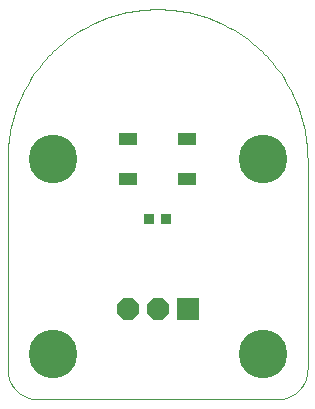
<source format=gts>
G75*
%MOIN*%
%OFA0B0*%
%FSLAX25Y25*%
%IPPOS*%
%LPD*%
%AMOC8*
5,1,8,0,0,1.08239X$1,22.5*
%
%ADD10R,0.03550X0.03550*%
%ADD11OC8,0.07400*%
%ADD12R,0.07400X0.07400*%
%ADD13C,0.00000*%
%ADD14C,0.16211*%
%ADD15R,0.06306X0.03943*%
D10*
X0053847Y0084006D03*
X0059753Y0084006D03*
D11*
X0056800Y0054006D03*
X0046800Y0054006D03*
D12*
X0066800Y0054006D03*
D13*
X0096800Y0024006D02*
X0016800Y0024006D01*
X0016558Y0024009D01*
X0016317Y0024018D01*
X0016076Y0024032D01*
X0015835Y0024053D01*
X0015595Y0024079D01*
X0015355Y0024111D01*
X0015116Y0024149D01*
X0014879Y0024192D01*
X0014642Y0024242D01*
X0014407Y0024297D01*
X0014173Y0024357D01*
X0013941Y0024424D01*
X0013710Y0024495D01*
X0013481Y0024573D01*
X0013254Y0024656D01*
X0013029Y0024744D01*
X0012806Y0024838D01*
X0012586Y0024937D01*
X0012368Y0025042D01*
X0012153Y0025151D01*
X0011940Y0025266D01*
X0011730Y0025386D01*
X0011524Y0025511D01*
X0011320Y0025641D01*
X0011119Y0025776D01*
X0010922Y0025916D01*
X0010728Y0026060D01*
X0010538Y0026209D01*
X0010352Y0026363D01*
X0010169Y0026521D01*
X0009990Y0026683D01*
X0009815Y0026850D01*
X0009644Y0027021D01*
X0009477Y0027196D01*
X0009315Y0027375D01*
X0009157Y0027558D01*
X0009003Y0027744D01*
X0008854Y0027934D01*
X0008710Y0028128D01*
X0008570Y0028325D01*
X0008435Y0028526D01*
X0008305Y0028730D01*
X0008180Y0028936D01*
X0008060Y0029146D01*
X0007945Y0029359D01*
X0007836Y0029574D01*
X0007731Y0029792D01*
X0007632Y0030012D01*
X0007538Y0030235D01*
X0007450Y0030460D01*
X0007367Y0030687D01*
X0007289Y0030916D01*
X0007218Y0031147D01*
X0007151Y0031379D01*
X0007091Y0031613D01*
X0007036Y0031848D01*
X0006986Y0032085D01*
X0006943Y0032322D01*
X0006905Y0032561D01*
X0006873Y0032801D01*
X0006847Y0033041D01*
X0006826Y0033282D01*
X0006812Y0033523D01*
X0006803Y0033764D01*
X0006800Y0034006D01*
X0006800Y0104006D01*
X0006815Y0105224D01*
X0006859Y0106440D01*
X0006933Y0107656D01*
X0007037Y0108869D01*
X0007170Y0110079D01*
X0007333Y0111286D01*
X0007525Y0112488D01*
X0007746Y0113686D01*
X0007996Y0114878D01*
X0008275Y0116063D01*
X0008583Y0117241D01*
X0008920Y0118411D01*
X0009285Y0119573D01*
X0009678Y0120725D01*
X0010099Y0121868D01*
X0010548Y0122999D01*
X0011024Y0124120D01*
X0011528Y0125229D01*
X0012058Y0126325D01*
X0012615Y0127408D01*
X0013198Y0128477D01*
X0013806Y0129531D01*
X0014441Y0130571D01*
X0015100Y0131594D01*
X0015784Y0132602D01*
X0016493Y0133592D01*
X0017225Y0134565D01*
X0017981Y0135519D01*
X0018760Y0136455D01*
X0019561Y0137372D01*
X0020385Y0138269D01*
X0021230Y0139145D01*
X0022096Y0140001D01*
X0022983Y0140836D01*
X0023890Y0141648D01*
X0024816Y0142438D01*
X0025762Y0143206D01*
X0026725Y0143950D01*
X0027707Y0144670D01*
X0028706Y0145367D01*
X0029721Y0146039D01*
X0030753Y0146686D01*
X0031800Y0147307D01*
X0032862Y0147903D01*
X0033938Y0148473D01*
X0035027Y0149017D01*
X0036130Y0149533D01*
X0037245Y0150023D01*
X0038371Y0150486D01*
X0039508Y0150921D01*
X0040656Y0151328D01*
X0041813Y0151707D01*
X0042979Y0152058D01*
X0044153Y0152380D01*
X0045335Y0152674D01*
X0046524Y0152939D01*
X0047718Y0153174D01*
X0048918Y0153381D01*
X0050123Y0153558D01*
X0051331Y0153706D01*
X0052543Y0153824D01*
X0053758Y0153913D01*
X0054974Y0153973D01*
X0056191Y0154002D01*
X0057409Y0154002D01*
X0058626Y0153973D01*
X0059842Y0153913D01*
X0061057Y0153824D01*
X0062269Y0153706D01*
X0063477Y0153558D01*
X0064682Y0153381D01*
X0065882Y0153174D01*
X0067076Y0152939D01*
X0068265Y0152674D01*
X0069447Y0152380D01*
X0070621Y0152058D01*
X0071787Y0151707D01*
X0072944Y0151328D01*
X0074092Y0150921D01*
X0075229Y0150486D01*
X0076355Y0150023D01*
X0077470Y0149533D01*
X0078573Y0149017D01*
X0079662Y0148473D01*
X0080738Y0147903D01*
X0081800Y0147307D01*
X0082847Y0146686D01*
X0083879Y0146039D01*
X0084894Y0145367D01*
X0085893Y0144670D01*
X0086875Y0143950D01*
X0087838Y0143206D01*
X0088784Y0142438D01*
X0089710Y0141648D01*
X0090617Y0140836D01*
X0091504Y0140001D01*
X0092370Y0139145D01*
X0093215Y0138269D01*
X0094039Y0137372D01*
X0094840Y0136455D01*
X0095619Y0135519D01*
X0096375Y0134565D01*
X0097107Y0133592D01*
X0097816Y0132602D01*
X0098500Y0131594D01*
X0099159Y0130571D01*
X0099794Y0129531D01*
X0100402Y0128477D01*
X0100985Y0127408D01*
X0101542Y0126325D01*
X0102072Y0125229D01*
X0102576Y0124120D01*
X0103052Y0122999D01*
X0103501Y0121868D01*
X0103922Y0120725D01*
X0104315Y0119573D01*
X0104680Y0118411D01*
X0105017Y0117241D01*
X0105325Y0116063D01*
X0105604Y0114878D01*
X0105854Y0113686D01*
X0106075Y0112488D01*
X0106267Y0111286D01*
X0106430Y0110079D01*
X0106563Y0108869D01*
X0106667Y0107656D01*
X0106741Y0106440D01*
X0106785Y0105224D01*
X0106800Y0104006D01*
X0106800Y0034006D01*
X0106797Y0033764D01*
X0106788Y0033523D01*
X0106774Y0033282D01*
X0106753Y0033041D01*
X0106727Y0032801D01*
X0106695Y0032561D01*
X0106657Y0032322D01*
X0106614Y0032085D01*
X0106564Y0031848D01*
X0106509Y0031613D01*
X0106449Y0031379D01*
X0106382Y0031147D01*
X0106311Y0030916D01*
X0106233Y0030687D01*
X0106150Y0030460D01*
X0106062Y0030235D01*
X0105968Y0030012D01*
X0105869Y0029792D01*
X0105764Y0029574D01*
X0105655Y0029359D01*
X0105540Y0029146D01*
X0105420Y0028936D01*
X0105295Y0028730D01*
X0105165Y0028526D01*
X0105030Y0028325D01*
X0104890Y0028128D01*
X0104746Y0027934D01*
X0104597Y0027744D01*
X0104443Y0027558D01*
X0104285Y0027375D01*
X0104123Y0027196D01*
X0103956Y0027021D01*
X0103785Y0026850D01*
X0103610Y0026683D01*
X0103431Y0026521D01*
X0103248Y0026363D01*
X0103062Y0026209D01*
X0102872Y0026060D01*
X0102678Y0025916D01*
X0102481Y0025776D01*
X0102280Y0025641D01*
X0102076Y0025511D01*
X0101870Y0025386D01*
X0101660Y0025266D01*
X0101447Y0025151D01*
X0101232Y0025042D01*
X0101014Y0024937D01*
X0100794Y0024838D01*
X0100571Y0024744D01*
X0100346Y0024656D01*
X0100119Y0024573D01*
X0099890Y0024495D01*
X0099659Y0024424D01*
X0099427Y0024357D01*
X0099193Y0024297D01*
X0098958Y0024242D01*
X0098721Y0024192D01*
X0098484Y0024149D01*
X0098245Y0024111D01*
X0098005Y0024079D01*
X0097765Y0024053D01*
X0097524Y0024032D01*
X0097283Y0024018D01*
X0097042Y0024009D01*
X0096800Y0024006D01*
D14*
X0091800Y0039006D03*
X0091800Y0104006D03*
X0021800Y0104006D03*
X0021800Y0039006D03*
D15*
X0046957Y0097313D03*
X0046957Y0110699D03*
X0066643Y0110699D03*
X0066643Y0097313D03*
M02*

</source>
